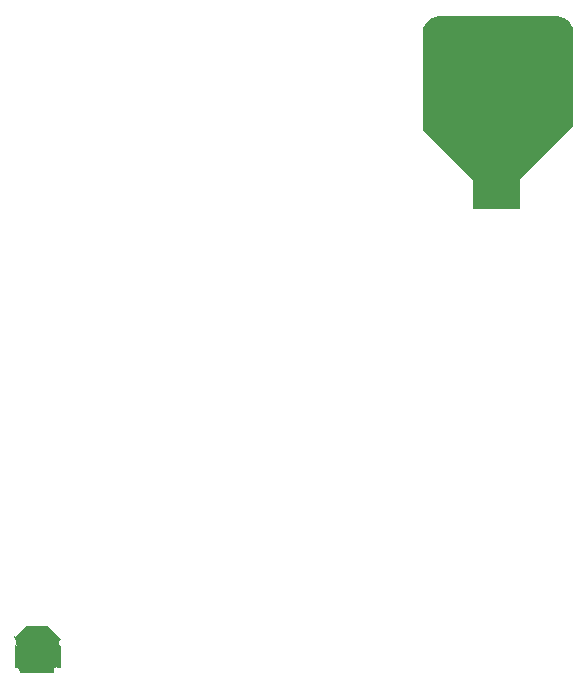
<source format=gbr>
%TF.GenerationSoftware,Altium Limited,Altium Designer,21.6.4 (81)*%
G04 Layer_Color=16711935*
%FSLAX26Y26*%
%MOIN*%
%TF.SameCoordinates,9211681A-A755-4052-9ADE-E47D4287157B*%
%TF.FilePolarity,Positive*%
%TF.FileFunction,Other,Stiffener*%
%TF.Part,Single*%
G01*
G75*
%TA.AperFunction,NonConductor*%
%ADD45C,0.003937*%
G36*
X78346Y1185433D02*
Y1185433D01*
X77195Y1184162D01*
X75292Y1181314D01*
X73981Y1178149D01*
X73312Y1174790D01*
X73228Y1173077D01*
Y1172036D01*
X73228Y1172036D01*
X73228D01*
X73306Y1170455D01*
X73923Y1167353D01*
X75133Y1164432D01*
X76890Y1161803D01*
X77953Y1160630D01*
X78031D01*
X78176Y1160570D01*
X78286Y1160459D01*
X78346Y1160314D01*
Y1093229D01*
X78286Y1093084D01*
X78176Y1092973D01*
X78031Y1092913D01*
X69685D01*
X66997Y1092649D01*
X62029Y1090591D01*
X58228Y1086789D01*
X56170Y1081822D01*
X55906Y1079134D01*
Y1074803D01*
X-55906D01*
Y1079418D01*
X-56136Y1081757D01*
X-57927Y1086080D01*
X-61235Y1089389D01*
X-65558Y1091180D01*
X-67898Y1091410D01*
X-72384D01*
X-72410Y1091421D01*
X-72430Y1091441D01*
X-72441Y1091467D01*
Y1150624D01*
X-71526Y1155245D01*
X-69961Y1156973D01*
X-67373Y1160846D01*
X-65590Y1165149D01*
X-64681Y1169718D01*
X-64567Y1172047D01*
Y1173116D01*
X-64696Y1175751D01*
X-65725Y1180920D01*
X-67741Y1185789D01*
X-70669Y1190171D01*
X-72441Y1192126D01*
X-35039Y1229528D01*
X34252D01*
X78346Y1185433D01*
D02*
G37*
G36*
X1733858Y3260251D02*
X1739366D01*
X1750169Y3258102D01*
X1760346Y3253887D01*
X1769505Y3247767D01*
X1777294Y3239978D01*
X1783414Y3230819D01*
X1787630Y3220642D01*
X1789779Y3209838D01*
Y3204331D01*
X1789779Y3203721D01*
X1789530Y3202528D01*
X1789044Y3201411D01*
X1788341Y3200416D01*
X1787895Y3200000D01*
X1789778Y3195669D01*
D01*
X1789779Y3191021D01*
X1789779Y2903044D01*
X1789778Y2898500D01*
X1788042Y2894254D01*
X1788030Y2894225D01*
X1784764Y2890958D01*
X1613007Y2719201D01*
X1613007Y2623232D01*
X1612106Y2621056D01*
X1610440Y2619390D01*
X1608264Y2618489D01*
X1607087D01*
Y2618489D01*
X1459452Y2618489D01*
X1457276Y2619390D01*
X1455611Y2621056D01*
X1454709Y2623232D01*
Y2624409D01*
X1454709D01*
Y2715264D01*
X1289923Y2880051D01*
X1289507Y2880463D01*
X1288854Y2881436D01*
X1288403Y2882517D01*
X1288174Y2883666D01*
X1288174Y2884252D01*
X1288174Y3204331D01*
Y3209838D01*
X1290323Y3220642D01*
X1294538Y3230819D01*
X1300658Y3239978D01*
X1308447Y3247767D01*
X1317606Y3253887D01*
X1327783Y3258102D01*
X1338587Y3260251D01*
X1344094D01*
Y3260251D01*
X1733858Y3260251D01*
D02*
G37*
D45*
X77953Y1092913D02*
G03*
X78346Y1093307I0J394D01*
G01*
X77953Y1092913D02*
G03*
X78346Y1093307I0J394D01*
G01*
X69685Y1092913D02*
G03*
X55906Y1079134I0J-13780D01*
G01*
X-72441Y1091482D02*
G03*
X-72369Y1091410I72J0D01*
G01*
X-55906Y1079418D02*
G03*
X-67898Y1091410I-11993J0D01*
G01*
X78346Y1160236D02*
G03*
X77953Y1160630I-394J0D01*
G01*
X73228Y1172036D02*
G03*
X77953Y1160630I16131J0D01*
G01*
X78346Y1185433D02*
G03*
X73228Y1173077I12356J-12356D01*
G01*
X-64567Y1173116D02*
G03*
X-72441Y1192126I-26884J0D01*
G01*
X-71527Y1155245D02*
G03*
X-64567Y1172047I-16802J16802D01*
G01*
X69685Y1092913D02*
X77953D01*
X55906Y1074803D02*
Y1079134D01*
X-72441Y1091482D02*
Y1154331D01*
X-72369Y1091410D02*
X-67898D01*
X-55906Y1074803D02*
Y1079418D01*
X78346Y1093307D02*
Y1160236D01*
X73228Y1172036D02*
Y1173077D01*
X-64567Y1172047D02*
Y1173116D01*
X-72441Y1154331D02*
X-71527Y1155245D01*
X-72441Y1192126D02*
X-35039Y1229528D01*
X34252D02*
X78346Y1185433D01*
X-55906Y1074803D02*
X55906D01*
X-35039Y1229528D02*
X34252D01*
%TF.MD5,49f2ee76ab66e5661f3348a4d595ffe4*%
M02*

</source>
